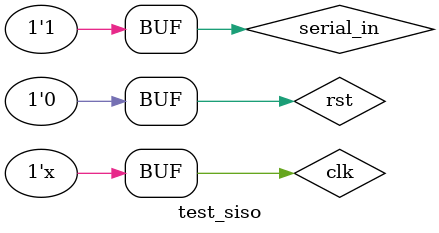
<source format=v>
module siso (serial_in, serial_out, clk, rst);
  input serial_in;
  input clk;
  input rst;
  output reg serial_out;
  
  always @(posedge clk) begin
    if (rst) 
      serial_out <= 1'b0;
    else 
      serial_out <=serial_in;
  end  
endmodule

module test_siso;
  reg serial_in;
  reg clk;
  reg rst;
  
  wire serial_out;
  
  siso uut (serial_in, serial_out, clk, rst);
  
  always #5 clk = ~clk;
  
  initial begin
    clk=0;rst=0;#10
    rst=1;#10
    rst=0;#10
    
    serial_in = 1;#10
    serial_in = 1;#10
    serial_in = 1;#10
    serial_in = 0;#10
    serial_in = 0;#10
    serial_in = 1;#10
    serial_in = 1;#10;
  end
endmodule
  

</source>
